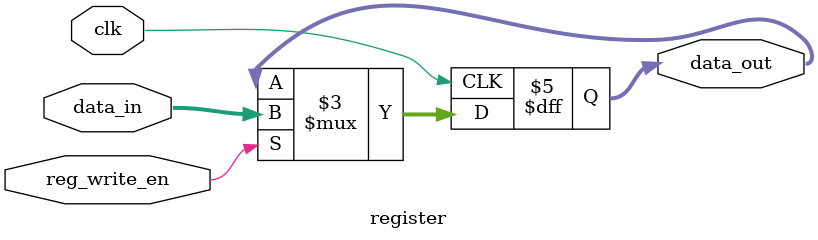
<source format=v>
module register(
    input clk,
    input reg_write_en , 
    input [15:0]data_in,
    output reg [15:0]data_out
); 

	reg [15:0]reg_write_en_i;


    always @(posedge clk)begin
        if (reg_write_en == 1'b1)              //Write data to the register
            data_out <= data_in;
        
    end

endmodule
</source>
